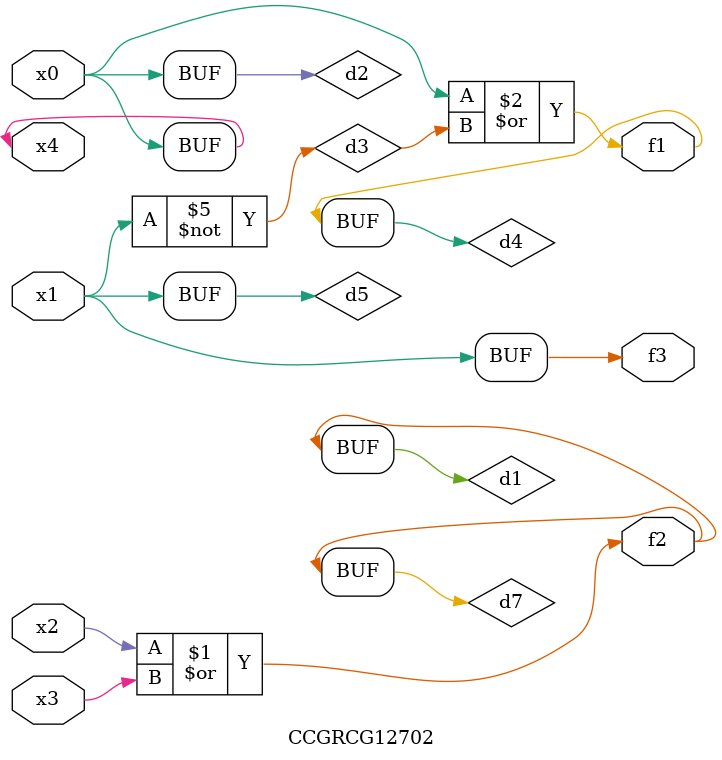
<source format=v>
module CCGRCG12702(
	input x0, x1, x2, x3, x4,
	output f1, f2, f3
);

	wire d1, d2, d3, d4, d5, d6, d7;

	or (d1, x2, x3);
	buf (d2, x0, x4);
	not (d3, x1);
	or (d4, d2, d3);
	not (d5, d3);
	nand (d6, d1, d3);
	or (d7, d1);
	assign f1 = d4;
	assign f2 = d7;
	assign f3 = d5;
endmodule

</source>
